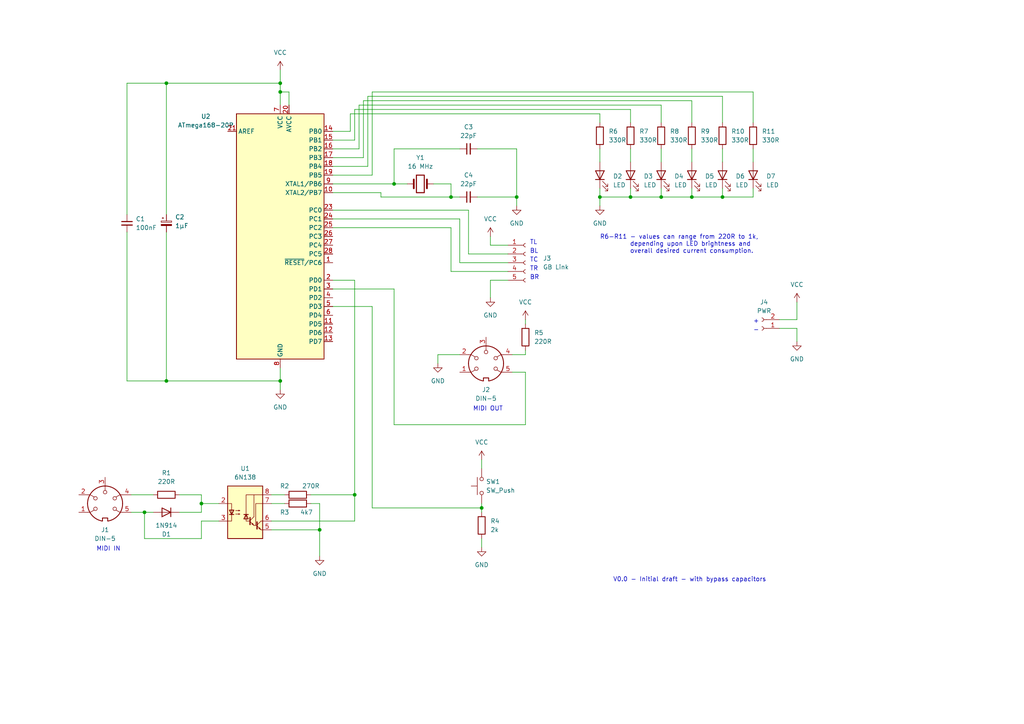
<source format=kicad_sch>
(kicad_sch (version 20211123) (generator eeschema)
  (paper "A4")
  (lib_symbols
    (symbol "Connector:Conn_01x02_Female" (pin_names (offset 1.016) hide)
      (property "Reference" "J" (at 0 2.54 0))
      (property "Value" "Conn_01x02_Female" (at 0 -5.08 0))
      (symbol "Conn_01x02_Female_1_1"
        (arc (start 0 -2.032) (mid -0.508 -2.54) (end 0 -3.048) (stroke (width 0.1524)))
        (polyline (pts (xy -1.27 -2.54) (xy -0.508 -2.54)) (stroke (width 0.1524)))
        (polyline (pts (xy -1.27 0) (xy -0.508 0)) (stroke (width 0.1524)))
        (arc (start 0 0.508) (mid -0.508 0) (end 0 -0.508) (stroke (width 0.1524)))
        (pin passive line (at -5.08 0 0) (length 3.81) (name "Pin_1") (number "1"))
        (pin passive line (at -5.08 -2.54 0) (length 3.81) (name "Pin_2") (number "2"))
      )
    )
    (symbol "Connector:Conn_01x05_Female" (pin_names (offset 1.016) hide)
      (property "Reference" "J" (at 0 7.62 0))
      (property "Value" "Conn_01x05_Female" (at 0 -7.62 0))
      (symbol "Conn_01x05_Female_1_1"
        (arc (start 0 -4.572) (mid -0.508 -5.08) (end 0 -5.588) (stroke (width 0.1524)))
        (arc (start 0 -2.032) (mid -0.508 -2.54) (end 0 -3.048) (stroke (width 0.1524)))
        (polyline (pts (xy -1.27 -5.08) (xy -0.508 -5.08)) (stroke (width 0.1524)))
        (polyline (pts (xy -1.27 -2.54) (xy -0.508 -2.54)) (stroke (width 0.1524)))
        (polyline (pts (xy -1.27 0) (xy -0.508 0)) (stroke (width 0.1524)))
        (polyline (pts (xy -1.27 2.54) (xy -0.508 2.54)) (stroke (width 0.1524)))
        (polyline (pts (xy -1.27 5.08) (xy -0.508 5.08)) (stroke (width 0.1524)))
        (arc (start 0 0.508) (mid -0.508 0) (end 0 -0.508) (stroke (width 0.1524)))
        (arc (start 0 3.048) (mid -0.508 2.54) (end 0 2.032) (stroke (width 0.1524)))
        (arc (start 0 5.588) (mid -0.508 5.08) (end 0 4.572) (stroke (width 0.1524)))
        (pin passive line (at -5.08 5.08 0) (length 3.81) (name "Pin_1") (number "1"))
        (pin passive line (at -5.08 2.54 0) (length 3.81) (name "Pin_2") (number "2"))
        (pin passive line (at -5.08 0 0) (length 3.81) (name "Pin_3") (number "3"))
        (pin passive line (at -5.08 -2.54 0) (length 3.81) (name "Pin_4") (number "4"))
        (pin passive line (at -5.08 -5.08 0) (length 3.81) (name "Pin_5") (number "5"))
      )
    )
    (symbol "Connector:DIN-5" (pin_names (offset 1.016))
      (property "Reference" "J" (at 3.175 5.715 0))
      (property "Value" "DIN-5" (at 0 -6.35 0))
      (symbol "DIN-5_0_1"
        (arc (start -5.08 0) (mid -3.8609 -3.3364) (end -0.762 -5.08) (stroke (width 0.254)))
        (circle (center -2.794 -1.524) (radius 0.508))
        (circle (center -2.794 1.524) (radius 0.508))
        (polyline (pts (xy 0 5.08) (xy 0 3.81)))
        (polyline (pts (xy -5.08 -2.54) (xy -4.318 -2.54) (xy -3.175 -1.905)))
        (polyline (pts (xy -5.08 2.54) (xy -4.318 2.54) (xy -3.175 1.905)))
        (polyline (pts (xy 5.08 -2.54) (xy 4.318 -2.54) (xy 3.175 -1.905)))
        (polyline (pts (xy 5.08 2.54) (xy 4.318 2.54) (xy 3.175 1.905)))
        (polyline (pts (xy -0.762 -4.953) (xy -0.762 -4.191) (xy 0.762 -4.191) (xy 0.762 -4.953)) (stroke (width 0.254)))
        (circle (center 0 3.302) (radius 0.508))
        (arc (start 0.762 -5.08) (mid 3.8685 -3.343) (end 5.08 0) (stroke (width 0.254)))
        (circle (center 2.794 -1.524) (radius 0.508))
        (circle (center 2.794 1.524) (radius 0.508))
        (arc (start 5.08 0) (mid 0 5.08) (end -5.08 0) (stroke (width 0.254)))
      )
      (symbol "DIN-5_1_1"
        (pin passive line (at -7.62 -2.54 0) (length 2.54) (name "~") (number "1"))
        (pin passive line (at -7.62 2.54 0) (length 2.54) (name "~") (number "2"))
        (pin passive line (at 0 7.62 270) (length 2.54) (name "~") (number "3"))
        (pin passive line (at 7.62 2.54 180) (length 2.54) (name "~") (number "4"))
        (pin passive line (at 7.62 -2.54 180) (length 2.54) (name "~") (number "5"))
      )
    )
    (symbol "Device:C_Polarized_Small" (pin_numbers hide) (pin_names (offset 0.254) hide)
      (property "Reference" "C" (at 0.254 1.778 0))
      (property "Value" "C_Polarized_Small" (at 0.254 -2.032 0))
      (symbol "C_Polarized_Small_0_1"
        (rectangle (start -1.524 -0.3048) (end 1.524 -0.6858) (fill (type outline)))
        (rectangle (start -1.524 0.6858) (end 1.524 0.3048))
        (polyline (pts (xy -1.27 1.524) (xy -0.762 1.524)))
        (polyline (pts (xy -1.016 1.27) (xy -1.016 1.778)))
      )
      (symbol "C_Polarized_Small_1_1"
        (pin passive line (at 0 2.54 270) (length 1.8542) (name "~") (number "1"))
        (pin passive line (at 0 -2.54 90) (length 1.8542) (name "~") (number "2"))
      )
    )
    (symbol "Device:C_Small" (pin_numbers hide) (pin_names (offset 0.254) hide)
      (property "Reference" "C" (at 0.254 1.778 0))
      (property "Value" "C_Small" (at 0.254 -2.032 0))
      (symbol "C_Small_0_1"
        (polyline (pts (xy -1.524 -0.508) (xy 1.524 -0.508)) (stroke (width 0.3302)))
        (polyline (pts (xy -1.524 0.508) (xy 1.524 0.508)) (stroke (width 0.3048)))
      )
      (symbol "C_Small_1_1"
        (pin passive line (at 0 2.54 270) (length 2.032) (name "~") (number "1"))
        (pin passive line (at 0 -2.54 90) (length 2.032) (name "~") (number "2"))
      )
    )
    (symbol "Device:Crystal" (pin_numbers hide) (pin_names (offset 1.016) hide)
      (property "Reference" "Y" (at 0 3.81 0))
      (property "Value" "Crystal" (at 0 -3.81 0))
      (symbol "Crystal_0_1"
        (rectangle (start -1.143 2.54) (end 1.143 -2.54) (stroke (width 0.3048)))
        (polyline (pts (xy -2.54 0) (xy -1.905 0)))
        (polyline (pts (xy -1.905 -1.27) (xy -1.905 1.27)) (stroke (width 0.508)))
        (polyline (pts (xy 1.905 -1.27) (xy 1.905 1.27)) (stroke (width 0.508)))
        (polyline (pts (xy 2.54 0) (xy 1.905 0)))
      )
      (symbol "Crystal_1_1"
        (pin passive line (at -3.81 0 0) (length 1.27) (name "1") (number "1"))
        (pin passive line (at 3.81 0 180) (length 1.27) (name "2") (number "2"))
      )
    )
    (symbol "Device:LED" (pin_numbers hide) (pin_names (offset 1.016) hide)
      (property "Reference" "D" (at 0 2.54 0))
      (property "Value" "LED" (at 0 -2.54 0))
      (symbol "LED_0_1"
        (polyline (pts (xy -1.27 -1.27) (xy -1.27 1.27)) (stroke (width 0.254)))
        (polyline (pts (xy -1.27 0) (xy 1.27 0)))
        (polyline (pts (xy 1.27 -1.27) (xy 1.27 1.27) (xy -1.27 0) (xy 1.27 -1.27)) (stroke (width 0.254)))
        (polyline (pts (xy -3.048 -0.762) (xy -4.572 -2.286) (xy -3.81 -2.286) (xy -4.572 -2.286) (xy -4.572 -1.524)))
        (polyline (pts (xy -1.778 -0.762) (xy -3.302 -2.286) (xy -2.54 -2.286) (xy -3.302 -2.286) (xy -3.302 -1.524)))
      )
      (symbol "LED_1_1"
        (pin passive line (at -3.81 0 0) (length 2.54) (name "K") (number "1"))
        (pin passive line (at 3.81 0 180) (length 2.54) (name "A") (number "2"))
      )
    )
    (symbol "Device:R" (pin_numbers hide) (pin_names (offset 0))
      (property "Reference" "R" (at 2.032 0 90))
      (property "Value" "R" (at 0 0 90))
      (symbol "R_0_1"
        (rectangle (start -1.016 -2.54) (end 1.016 2.54) (stroke (width 0.254)))
      )
      (symbol "R_1_1"
        (pin passive line (at 0 3.81 270) (length 1.27) (name "~") (number "1"))
        (pin passive line (at 0 -3.81 90) (length 1.27) (name "~") (number "2"))
      )
    )
    (symbol "Diode:1N914" (pin_numbers hide) (pin_names hide)
      (property "Reference" "D" (at 0 2.54 0))
      (property "Value" "1N914" (at 0 -2.54 0))
      (symbol "1N914_0_1"
        (polyline (pts (xy -1.27 1.27) (xy -1.27 -1.27)) (stroke (width 0.254)))
        (polyline (pts (xy 1.27 0) (xy -1.27 0)))
        (polyline (pts (xy 1.27 1.27) (xy 1.27 -1.27) (xy -1.27 0) (xy 1.27 1.27)) (stroke (width 0.254)))
      )
      (symbol "1N914_1_1"
        (pin passive line (at -3.81 0 0) (length 2.54) (name "K") (number "1"))
        (pin passive line (at 3.81 0 180) (length 2.54) (name "A") (number "2"))
      )
    )
    (symbol "Isolator:6N138" (pin_names (offset 1.016) hide)
      (property "Reference" "U" (at -4.064 8.89 0))
      (property "Value" "6N138" (at 2.286 8.89 0))
      (symbol "6N138_0_1"
        (rectangle (start -5.08 7.62) (end 5.08 -7.62) (stroke (width 0.254)) (fill (type background)))
        (polyline (pts (xy -4.572 -0.635) (xy -3.302 -0.635)) (stroke (width 0.254)))
        (polyline (pts (xy 0.889 -0.635) (xy -0.381 -0.635)) (stroke (width 0.254)))
        (polyline (pts (xy 1.397 -2.667) (xy 2.54 -3.81)))
        (polyline (pts (xy 1.397 -2.413) (xy 2.54 -1.27)))
        (polyline (pts (xy 2.54 -3.81) (xy 3.175 -3.81)))
        (polyline (pts (xy 3.429 -3.937) (xy 4.572 -5.08)))
        (polyline (pts (xy 3.429 -3.683) (xy 4.572 -2.54)))
        (polyline (pts (xy 4.572 -5.08) (xy 5.08 -5.08)))
        (polyline (pts (xy 4.572 -2.54) (xy 5.08 -2.54)))
        (polyline (pts (xy 1.397 -1.524) (xy 1.397 -3.556) (xy 1.397 -3.556)) (stroke (width 0.3556)))
        (polyline (pts (xy 2.54 -1.27) (xy 2.54 5.08) (xy 5.08 5.08)))
        (polyline (pts (xy 3.429 -2.794) (xy 3.429 -4.826) (xy 3.429 -4.826)) (stroke (width 0.3556)))
        (polyline (pts (xy 5.08 2.54) (xy 3.048 2.54) (xy 3.048 -3.81)))
        (polyline (pts (xy -5.08 -2.54) (xy -3.937 -2.54) (xy -3.937 2.54) (xy -5.08 2.54)))
        (polyline (pts (xy -3.937 -0.635) (xy -4.572 0.635) (xy -3.302 0.635) (xy -3.937 -0.635)) (stroke (width 0.254)))
        (polyline (pts (xy 0.254 -0.635) (xy 0.889 -1.905) (xy -0.381 -1.905) (xy 0.254 -0.635)) (stroke (width 0.254)))
        (polyline (pts (xy 1.27 -2.54) (xy 0.254 -2.54) (xy 0.254 5.08) (xy 2.54 5.08)))
        (polyline (pts (xy 2.413 -3.683) (xy 2.159 -3.175) (xy 1.905 -3.429) (xy 2.413 -3.683)))
        (polyline (pts (xy 4.445 -4.953) (xy 4.191 -4.445) (xy 3.937 -4.699) (xy 4.445 -4.953)))
        (polyline (pts (xy -2.794 -0.508) (xy -1.524 -0.508) (xy -1.905 -0.635) (xy -1.905 -0.381) (xy -1.524 -0.508)))
        (polyline (pts (xy -2.794 0.508) (xy -1.524 0.508) (xy -1.905 0.381) (xy -1.905 0.635) (xy -1.524 0.508)))
      )
      (symbol "6N138_1_1"
        (pin no_connect line (at -5.08 5.08 0) (length 2.54) hide (name "NC") (number "1"))
        (pin passive line (at -7.62 2.54 0) (length 2.54) (name "C1") (number "2"))
        (pin passive line (at -7.62 -2.54 0) (length 2.54) (name "C2") (number "3"))
        (pin no_connect line (at -5.08 -5.08 0) (length 2.54) hide (name "NC") (number "4"))
        (pin passive line (at 7.62 -5.08 180) (length 2.54) (name "GND") (number "5"))
        (pin passive line (at 7.62 -2.54 180) (length 2.54) (name "VO2") (number "6"))
        (pin passive line (at 7.62 2.54 180) (length 2.54) (name "VO1") (number "7"))
        (pin passive line (at 7.62 5.08 180) (length 2.54) (name "VCC") (number "8"))
      )
    )
    (symbol "MCU_Microchip_ATmega:ATmega168-20P"
      (property "Reference" "U" (at -12.7 36.83 0))
      (property "Value" "ATmega168-20P" (at 2.54 -36.83 0))
      (symbol "ATmega168-20P_0_1"
        (rectangle (start -12.7 -35.56) (end 12.7 35.56) (stroke (width 0.254)) (fill (type background)))
      )
      (symbol "ATmega168-20P_1_1"
        (pin bidirectional line (at 15.24 -7.62 180) (length 2.54) (name "~{RESET}/PC6") (number "1"))
        (pin bidirectional line (at 15.24 12.7 180) (length 2.54) (name "XTAL2/PB7") (number "10"))
        (pin bidirectional line (at 15.24 -25.4 180) (length 2.54) (name "PD5") (number "11"))
        (pin bidirectional line (at 15.24 -27.94 180) (length 2.54) (name "PD6") (number "12"))
        (pin bidirectional line (at 15.24 -30.48 180) (length 2.54) (name "PD7") (number "13"))
        (pin bidirectional line (at 15.24 30.48 180) (length 2.54) (name "PB0") (number "14"))
        (pin bidirectional line (at 15.24 27.94 180) (length 2.54) (name "PB1") (number "15"))
        (pin bidirectional line (at 15.24 25.4 180) (length 2.54) (name "PB2") (number "16"))
        (pin bidirectional line (at 15.24 22.86 180) (length 2.54) (name "PB3") (number "17"))
        (pin bidirectional line (at 15.24 20.32 180) (length 2.54) (name "PB4") (number "18"))
        (pin bidirectional line (at 15.24 17.78 180) (length 2.54) (name "PB5") (number "19"))
        (pin bidirectional line (at 15.24 -12.7 180) (length 2.54) (name "PD0") (number "2"))
        (pin power_in line (at 2.54 38.1 270) (length 2.54) (name "AVCC") (number "20"))
        (pin passive line (at -15.24 30.48 0) (length 2.54) (name "AREF") (number "21"))
        (pin passive line (at 0 -38.1 90) (length 2.54) hide (name "GND") (number "22"))
        (pin bidirectional line (at 15.24 7.62 180) (length 2.54) (name "PC0") (number "23"))
        (pin bidirectional line (at 15.24 5.08 180) (length 2.54) (name "PC1") (number "24"))
        (pin bidirectional line (at 15.24 2.54 180) (length 2.54) (name "PC2") (number "25"))
        (pin bidirectional line (at 15.24 0 180) (length 2.54) (name "PC3") (number "26"))
        (pin bidirectional line (at 15.24 -2.54 180) (length 2.54) (name "PC4") (number "27"))
        (pin bidirectional line (at 15.24 -5.08 180) (length 2.54) (name "PC5") (number "28"))
        (pin bidirectional line (at 15.24 -15.24 180) (length 2.54) (name "PD1") (number "3"))
        (pin bidirectional line (at 15.24 -17.78 180) (length 2.54) (name "PD2") (number "4"))
        (pin bidirectional line (at 15.24 -20.32 180) (length 2.54) (name "PD3") (number "5"))
        (pin bidirectional line (at 15.24 -22.86 180) (length 2.54) (name "PD4") (number "6"))
        (pin power_in line (at 0 38.1 270) (length 2.54) (name "VCC") (number "7"))
        (pin power_in line (at 0 -38.1 90) (length 2.54) (name "GND") (number "8"))
        (pin bidirectional line (at 15.24 15.24 180) (length 2.54) (name "XTAL1/PB6") (number "9"))
      )
    )
    (symbol "Switch:SW_Push" (pin_numbers hide) (pin_names (offset 1.016) hide)
      (property "Reference" "SW" (at 1.27 2.54 0))
      (property "Value" "SW_Push" (at 0 -1.524 0))
      (symbol "SW_Push_0_1"
        (circle (center -2.032 0) (radius 0.508))
        (polyline (pts (xy 0 1.27) (xy 0 3.048)))
        (polyline (pts (xy 2.54 1.27) (xy -2.54 1.27)))
        (circle (center 2.032 0) (radius 0.508))
        (pin passive line (at -5.08 0 0) (length 2.54) (name "1") (number "1"))
        (pin passive line (at 5.08 0 180) (length 2.54) (name "2") (number "2"))
      )
    )
    (symbol "power:GND" (power) (pin_names (offset 0))
      (property "Value" "GND" (at 0 -3.81 0))
      (symbol "GND_0_1"
        (polyline (pts (xy 0 0) (xy 0 -1.27) (xy 1.27 -1.27) (xy 0 -2.54) (xy -1.27 -1.27) (xy 0 -1.27)))
      )
      (symbol "GND_1_1"
        (pin power_in line (at 0 0 270) (length 0) hide (name "GND") (number "1"))
      )
    )
    (symbol "power:VCC" (power) (pin_names (offset 0))
      (property "Value" "VCC" (at 0 3.81 0))
      (symbol "VCC_0_1"
        (polyline (pts (xy -0.762 1.27) (xy 0 2.54)))
        (polyline (pts (xy 0 0) (xy 0 2.54)))
        (polyline (pts (xy 0 2.54) (xy 0.762 1.27)))
      )
      (symbol "VCC_1_1"
        (pin power_in line (at 0 0 90) (length 0) hide (name "VCC") (number "1"))
      )
    )
  )
  (junction (at 102.87 143.51))
  (junction (at 81.28 26.67))
  (junction (at 48.26 24.13))
  (junction (at 41.91 148.59))
  (junction (at 149.86 57.15))
  (junction (at 92.71 153.67))
  (junction (at 58.42 146.05))
  (junction (at 200.66 57.15))
  (junction (at 191.77 57.15))
  (junction (at 209.55 57.15))
  (junction (at 182.88 57.15))
  (junction (at 81.28 110.49))
  (junction (at 81.28 24.13))
  (junction (at 139.7 147.32))
  (junction (at 130.81 57.15))
  (junction (at 48.26 110.49))
  (junction (at 114.3 53.34))
  (junction (at 173.99 57.15))
  (wire (pts (xy 52.07 148.59) (xy 58.42 148.59)))
  (wire (pts (xy 58.42 148.59) (xy 58.42 146.05)))
  (wire (pts (xy 105.41 29.21) (xy 200.66 29.21)))
  (wire (pts (xy 149.86 57.15) (xy 149.86 59.69)))
  (wire (pts (xy 133.35 63.5) (xy 96.52 63.5)))
  (wire (pts (xy 104.14 43.18) (xy 104.14 30.48)))
  (wire (pts (xy 209.55 57.15) (xy 209.55 54.61)))
  (wire (pts (xy 182.88 31.75) (xy 182.88 35.56)))
  (wire (pts (xy 231.14 87.63) (xy 231.14 92.71)))
  (wire (pts (xy 81.28 110.49) (xy 81.28 113.03)))
  (wire (pts (xy 133.35 43.18) (xy 114.3 43.18)))
  (wire (pts (xy 36.83 67.31) (xy 36.83 110.49)))
  (wire (pts (xy 209.55 27.94) (xy 209.55 35.56)))
  (wire (pts (xy 182.88 57.15) (xy 191.77 57.15)))
  (wire (pts (xy 152.4 92.71) (xy 152.4 93.98)))
  (wire (pts (xy 142.24 81.28) (xy 142.24 86.36)))
  (wire (pts (xy 152.4 123.19) (xy 114.3 123.19)))
  (wire (pts (xy 63.5 151.13) (xy 58.42 151.13)))
  (wire (pts (xy 114.3 53.34) (xy 96.52 53.34)))
  (wire (pts (xy 96.52 60.96) (xy 135.89 60.96)))
  (wire (pts (xy 81.28 20.32) (xy 81.28 24.13)))
  (wire (pts (xy 114.3 83.82) (xy 96.52 83.82)))
  (wire (pts (xy 231.14 92.71) (xy 226.06 92.71)))
  (wire (pts (xy 36.83 110.49) (xy 48.26 110.49)))
  (wire (pts (xy 148.59 102.87) (xy 152.4 102.87)))
  (wire (pts (xy 81.28 26.67) (xy 81.28 30.48)))
  (wire (pts (xy 104.14 30.48) (xy 191.77 30.48)))
  (wire (pts (xy 58.42 146.05) (xy 63.5 146.05)))
  (wire (pts (xy 139.7 133.35) (xy 139.7 135.89)))
  (wire (pts (xy 173.99 43.18) (xy 173.99 46.99)))
  (wire (pts (xy 81.28 24.13) (xy 81.28 26.67)))
  (wire (pts (xy 106.68 48.26) (xy 106.68 27.94)))
  (wire (pts (xy 36.83 62.23) (xy 36.83 24.13)))
  (wire (pts (xy 200.66 29.21) (xy 200.66 35.56)))
  (wire (pts (xy 78.74 153.67) (xy 92.71 153.67)))
  (wire (pts (xy 135.89 73.66) (xy 147.32 73.66)))
  (wire (pts (xy 182.88 43.18) (xy 182.88 46.99)))
  (wire (pts (xy 191.77 30.48) (xy 191.77 35.56)))
  (wire (pts (xy 130.81 57.15) (xy 110.49 57.15)))
  (wire (pts (xy 209.55 43.18) (xy 209.55 46.99)))
  (wire (pts (xy 83.82 30.48) (xy 83.82 26.67)))
  (wire (pts (xy 106.68 27.94) (xy 209.55 27.94)))
  (wire (pts (xy 78.74 143.51) (xy 82.55 143.51)))
  (wire (pts (xy 191.77 57.15) (xy 200.66 57.15)))
  (wire (pts (xy 226.06 95.25) (xy 231.14 95.25)))
  (wire (pts (xy 102.87 40.64) (xy 102.87 31.75)))
  (wire (pts (xy 127 105.41) (xy 127 102.87)))
  (wire (pts (xy 133.35 76.2) (xy 133.35 63.5)))
  (wire (pts (xy 101.6 33.02) (xy 173.99 33.02)))
  (wire (pts (xy 200.66 43.18) (xy 200.66 46.99)))
  (wire (pts (xy 41.91 148.59) (xy 44.45 148.59)))
  (wire (pts (xy 147.32 81.28) (xy 142.24 81.28)))
  (wire (pts (xy 125.73 53.34) (xy 130.81 53.34)))
  (wire (pts (xy 107.95 88.9) (xy 107.95 147.32)))
  (wire (pts (xy 102.87 143.51) (xy 102.87 81.28)))
  (wire (pts (xy 81.28 110.49) (xy 48.26 110.49)))
  (wire (pts (xy 218.44 26.67) (xy 218.44 35.56)))
  (wire (pts (xy 107.95 26.67) (xy 218.44 26.67)))
  (wire (pts (xy 173.99 54.61) (xy 173.99 57.15)))
  (wire (pts (xy 231.14 95.25) (xy 231.14 99.06)))
  (wire (pts (xy 130.81 66.04) (xy 130.81 78.74)))
  (wire (pts (xy 96.52 88.9) (xy 107.95 88.9)))
  (wire (pts (xy 96.52 50.8) (xy 107.95 50.8)))
  (wire (pts (xy 90.17 143.51) (xy 102.87 143.51)))
  (wire (pts (xy 218.44 57.15) (xy 218.44 54.61)))
  (wire (pts (xy 96.52 81.28) (xy 102.87 81.28)))
  (wire (pts (xy 138.43 43.18) (xy 149.86 43.18)))
  (wire (pts (xy 138.43 57.15) (xy 149.86 57.15)))
  (wire (pts (xy 58.42 156.21) (xy 41.91 156.21)))
  (wire (pts (xy 96.52 66.04) (xy 130.81 66.04)))
  (wire (pts (xy 41.91 156.21) (xy 41.91 148.59)))
  (wire (pts (xy 142.24 71.12) (xy 142.24 68.58)))
  (wire (pts (xy 52.07 143.51) (xy 58.42 143.51)))
  (wire (pts (xy 96.52 40.64) (xy 102.87 40.64)))
  (wire (pts (xy 90.17 146.05) (xy 92.71 146.05)))
  (wire (pts (xy 139.7 156.21) (xy 139.7 158.75)))
  (wire (pts (xy 152.4 107.95) (xy 152.4 123.19)))
  (wire (pts (xy 139.7 147.32) (xy 139.7 148.59)))
  (wire (pts (xy 78.74 146.05) (xy 82.55 146.05)))
  (wire (pts (xy 102.87 31.75) (xy 182.88 31.75)))
  (wire (pts (xy 107.95 50.8) (xy 107.95 26.67)))
  (wire (pts (xy 130.81 57.15) (xy 133.35 57.15)))
  (wire (pts (xy 209.55 57.15) (xy 218.44 57.15)))
  (wire (pts (xy 147.32 71.12) (xy 142.24 71.12)))
  (wire (pts (xy 92.71 153.67) (xy 92.71 161.29)))
  (wire (pts (xy 148.59 107.95) (xy 152.4 107.95)))
  (wire (pts (xy 127 102.87) (xy 133.35 102.87)))
  (wire (pts (xy 200.66 57.15) (xy 209.55 57.15)))
  (wire (pts (xy 58.42 151.13) (xy 58.42 156.21)))
  (wire (pts (xy 218.44 43.18) (xy 218.44 46.99)))
  (wire (pts (xy 96.52 48.26) (xy 106.68 48.26)))
  (wire (pts (xy 200.66 57.15) (xy 200.66 54.61)))
  (wire (pts (xy 114.3 43.18) (xy 114.3 53.34)))
  (wire (pts (xy 102.87 151.13) (xy 102.87 143.51)))
  (wire (pts (xy 105.41 45.72) (xy 105.41 29.21)))
  (wire (pts (xy 92.71 146.05) (xy 92.71 153.67)))
  (wire (pts (xy 58.42 143.51) (xy 58.42 146.05)))
  (wire (pts (xy 114.3 123.19) (xy 114.3 83.82)))
  (wire (pts (xy 107.95 147.32) (xy 139.7 147.32)))
  (wire (pts (xy 173.99 57.15) (xy 173.99 59.69)))
  (wire (pts (xy 110.49 57.15) (xy 110.49 55.88)))
  (wire (pts (xy 48.26 67.31) (xy 48.26 110.49)))
  (wire (pts (xy 191.77 57.15) (xy 191.77 54.61)))
  (wire (pts (xy 101.6 38.1) (xy 101.6 33.02)))
  (wire (pts (xy 149.86 43.18) (xy 149.86 57.15)))
  (wire (pts (xy 173.99 57.15) (xy 182.88 57.15)))
  (wire (pts (xy 182.88 57.15) (xy 182.88 54.61)))
  (wire (pts (xy 130.81 53.34) (xy 130.81 57.15)))
  (wire (pts (xy 191.77 43.18) (xy 191.77 46.99)))
  (wire (pts (xy 48.26 62.23) (xy 48.26 24.13)))
  (wire (pts (xy 173.99 33.02) (xy 173.99 35.56)))
  (wire (pts (xy 78.74 151.13) (xy 102.87 151.13)))
  (wire (pts (xy 130.81 78.74) (xy 147.32 78.74)))
  (wire (pts (xy 38.1 148.59) (xy 41.91 148.59)))
  (wire (pts (xy 96.52 38.1) (xy 101.6 38.1)))
  (wire (pts (xy 152.4 102.87) (xy 152.4 101.6)))
  (wire (pts (xy 81.28 26.67) (xy 83.82 26.67)))
  (wire (pts (xy 135.89 60.96) (xy 135.89 73.66)))
  (wire (pts (xy 96.52 45.72) (xy 105.41 45.72)))
  (wire (pts (xy 36.83 24.13) (xy 48.26 24.13)))
  (wire (pts (xy 96.52 43.18) (xy 104.14 43.18)))
  (wire (pts (xy 110.49 55.88) (xy 96.52 55.88)))
  (wire (pts (xy 48.26 24.13) (xy 81.28 24.13)))
  (wire (pts (xy 114.3 53.34) (xy 118.11 53.34)))
  (wire (pts (xy 139.7 146.05) (xy 139.7 147.32)))
  (wire (pts (xy 147.32 76.2) (xy 133.35 76.2)))
  (wire (pts (xy 38.1 143.51) (xy 44.45 143.51)))
  (wire (pts (xy 81.28 106.68) (xy 81.28 110.49)))
  (text "V0.0 - Initial draft - with bypass capacitors" (at 177.8 168.91 0) (effects (font (size 1.27 1.27)) (justify left bottom)))
  (text "-" (at 218.44 96.52 0) (effects (font (size 1.27 1.27)) (justify left bottom)))
  (text "BR" (at 153.67 81.28 0) (effects (font (size 1.27 1.27)) (justify left bottom)))
  (text "+" (at 218.44 93.98 0) (effects (font (size 1.27 1.27)) (justify left bottom)))
  (text "MIDI OUT" (at 137.16 119.38 0) (effects (font (size 1.27 1.27)) (justify left bottom)))
  (text "BL" (at 153.67 73.66 0) (effects (font (size 1.27 1.27)) (justify left bottom)))
  (text "TC" (at 153.67 76.2 0) (effects (font (size 1.27 1.27)) (justify left bottom)))
  (text "TL" (at 153.67 71.12 0) (effects (font (size 1.27 1.27)) (justify left bottom)))
  (text "R6-R11 - values can range from 220R to 1k, \n         depending upon LED brightness and \n         overall desired current consumption." (at 173.99 73.66 0) (effects (font (size 1.27 1.27)) (justify left bottom)))
  (text "TR" (at 153.67 78.74 0) (effects (font (size 1.27 1.27)) (justify left bottom)))
  (text "MIDI IN" (at 27.94 160.02 0) (effects (font (size 1.27 1.27)) (justify left bottom)))
  (symbol (lib_id "Device:R") (at 86.36 143.51 90) (unit 1)
    (property "Reference" "R2" (at 82.55 140.97 90))
    (property "Value" "270R" (at 90.17 140.97 90))
  )
  (symbol (lib_id "Device:R") (at 48.26 143.51 90) (unit 1)
    (property "Reference" "R1" (at 48.26 137.16 90))
    (property "Value" "220R" (at 48.26 139.7 90))
  )
  (symbol (lib_id "Switch:SW_Push") (at 139.7 140.97 90) (unit 1)
    (property "Reference" "SW1" (at 140.97 139.6999 90) (effects (justify right)))
    (property "Value" "SW_Push" (at 140.97 142.2399 90) (effects (justify right)))
  )
  (symbol (lib_id "power:GND") (at 139.7 158.75 0) (unit 1)
    (property "Reference" "#PWR06" (effects hide))
    (property "Value" "GND" (at 139.7 163.83 0))
  )
  (symbol (lib_id "Device:R") (at 173.99 39.37 0) (unit 1)
    (property "Reference" "R6" (at 176.53 38.0999 0) (effects (justify left)))
    (property "Value" "330R" (at 176.53 40.6399 0) (effects (justify left)))
  )
  (symbol (lib_id "power:GND") (at 142.24 86.36 0) (unit 1)
    (property "Reference" "#PWR08" (effects hide))
    (property "Value" "GND" (at 142.24 91.44 0))
  )
  (symbol (lib_id "Device:R") (at 86.36 146.05 90) (unit 1)
    (property "Reference" "R3" (at 82.55 148.59 90))
    (property "Value" "4k7" (at 88.9 148.59 90))
  )
  (symbol (lib_id "Device:R") (at 152.4 97.79 0) (unit 1)
    (property "Reference" "R5" (at 154.94 96.5199 0) (effects (justify left)))
    (property "Value" "220R" (at 154.94 99.0599 0) (effects (justify left)))
  )
  (symbol (lib_id "power:VCC") (at 142.24 68.58 0) (unit 1)
    (property "Reference" "#PWR07" (effects hide))
    (property "Value" "VCC" (at 142.24 63.5 0))
  )
  (symbol (lib_id "power:GND") (at 81.28 113.03 0) (unit 1)
    (property "Reference" "#PWR02" (effects hide))
    (property "Value" "GND" (at 81.28 118.11 0))
  )
  (symbol (lib_id "power:VCC") (at 139.7 133.35 0) (unit 1)
    (property "Reference" "#PWR05" (effects hide))
    (property "Value" "VCC" (at 139.7 128.27 0))
  )
  (symbol (lib_id "Device:C_Small") (at 135.89 43.18 90) (unit 1)
    (property "Reference" "C3" (at 135.89 36.83 90))
    (property "Value" "22pF" (at 135.89 39.37 90))
  )
  (symbol (lib_id "Device:LED") (at 200.66 50.8 90) (unit 1)
    (property "Reference" "D5" (at 204.47 51.1174 90) (effects (justify right)))
    (property "Value" "LED" (at 204.47 53.6574 90) (effects (justify right)))
  )
  (symbol (lib_id "Connector:DIN-5") (at 140.97 105.41 0) (unit 1)
    (property "Reference" "J2" (at 140.9701 113.03 0))
    (property "Value" "DIN-5" (at 140.9701 115.57 0))
    (property "Datasheet" "http://www.mouser.com/ds/2/18/40_c091_abd_e-75918.pdf" (effects hide))
  )
  (symbol (lib_id "Isolator:6N138") (at 71.12 148.59 0) (unit 1)
    (property "Reference" "U1" (at 71.12 135.89 0))
    (property "Value" "6N138" (at 71.12 138.43 0))
    (property "Datasheet" "http://www.onsemi.com/pub/Collateral/HCPL2731-D.pdf" (effects hide))
  )
  (symbol (lib_id "power:GND") (at 173.99 59.69 0) (unit 1)
    (property "Reference" "#PWR011" (effects hide))
    (property "Value" "GND" (at 173.99 64.77 0))
  )
  (symbol (lib_id "Device:Crystal") (at 121.92 53.34 0) (unit 1)
    (property "Reference" "Y1" (at 121.92 45.72 0))
    (property "Value" "16 MHz" (at 121.92 48.26 0))
  )
  (symbol (lib_id "Connector:DIN-5") (at 30.48 146.05 0) (unit 1)
    (property "Reference" "J1" (at 30.4801 153.67 0))
    (property "Value" "DIN-5" (at 30.4801 156.21 0))
    (property "Datasheet" "http://www.mouser.com/ds/2/18/40_c091_abd_e-75918.pdf" (effects hide))
  )
  (symbol (lib_id "MCU_Microchip_ATmega:ATmega168-20P") (at 81.28 68.58 0) (unit 1)
    (property "Reference" "U2" (at 59.69 33.7693 0))
    (property "Value" "ATmega168-20P" (at 59.69 36.3093 0))
    (property "Footprint" "Package_DIP:DIP-28_W7.62mm" (effects hide))
    (property "Datasheet" "http://ww1.microchip.com/downloads/en/DeviceDoc/Atmel-2545-8-bit-AVR-Microcontroller-ATmega48-88-168_Datasheet.pdf" (effects hide))
  )
  (symbol (lib_id "Device:C_Small") (at 135.89 57.15 90) (unit 1)
    (property "Reference" "C4" (at 135.8963 50.8 90))
    (property "Value" "22pF" (at 135.8963 53.34 90))
  )
  (symbol (lib_id "Device:C_Polarized_Small") (at 48.26 64.77 0) (unit 1)
    (property "Reference" "C2" (at 50.8 62.9538 0) (effects (justify left)))
    (property "Value" "1µF" (at 50.8 65.4938 0) (effects (justify left)))
  )
  (symbol (lib_id "Device:LED") (at 191.77 50.8 90) (unit 1)
    (property "Reference" "D4" (at 195.58 51.1174 90) (effects (justify right)))
    (property "Value" "LED" (at 195.58 53.6574 90) (effects (justify right)))
  )
  (symbol (lib_id "Device:R") (at 191.77 39.37 0) (unit 1)
    (property "Reference" "R8" (at 194.31 38.0999 0) (effects (justify left)))
    (property "Value" "330R" (at 194.31 40.6399 0) (effects (justify left)))
  )
  (symbol (lib_id "Diode:1N914") (at 48.26 148.59 180) (unit 1)
    (property "Reference" "D1" (at 48.26 154.94 0))
    (property "Value" "1N914" (at 48.26 152.4 0))
    (property "Footprint" "Diode_THT:D_DO-35_SOD27_P7.62mm_Horizontal" (effects hide))
    (property "Datasheet" "http://www.vishay.com/docs/85622/1n914.pdf" (effects hide))
  )
  (symbol (lib_id "power:VCC") (at 81.28 20.32 0) (unit 1)
    (property "Reference" "#PWR01" (effects hide))
    (property "Value" "VCC" (at 81.28 15.24 0))
  )
  (symbol (lib_id "Connector:Conn_01x05_Female") (at 152.4 76.2 0) (unit 1)
    (property "Reference" "J3" (at 157.48 74.93 0) (effects (justify left)))
    (property "Value" "GB Link" (at 157.48 77.47 0) (effects (justify left)))
  )
  (symbol (lib_id "Device:LED") (at 209.55 50.8 90) (unit 1)
    (property "Reference" "D6" (at 213.36 51.1174 90) (effects (justify right)))
    (property "Value" "LED" (at 213.36 53.6574 90) (effects (justify right)))
  )
  (symbol (lib_id "Device:R") (at 218.44 39.37 0) (unit 1)
    (property "Reference" "R11" (at 220.98 38.0999 0) (effects (justify left)))
    (property "Value" "330R" (at 220.98 40.6399 0) (effects (justify left)))
  )
  (symbol (lib_id "Device:C_Small") (at 36.83 64.77 0) (unit 1)
    (property "Reference" "C1" (at 39.37 63.5062 0) (effects (justify left)))
    (property "Value" "100nF" (at 39.37 66.0462 0) (effects (justify left)))
  )
  (symbol (lib_id "power:GND") (at 231.14 99.06 0) (unit 1)
    (property "Reference" "#PWR013" (effects hide))
    (property "Value" "GND" (at 231.14 104.14 0))
  )
  (symbol (lib_id "power:GND") (at 92.71 161.29 0) (unit 1)
    (property "Reference" "#PWR03" (effects hide))
    (property "Value" "GND" (at 92.71 166.37 0))
  )
  (symbol (lib_id "Device:LED") (at 173.99 50.8 90) (unit 1)
    (property "Reference" "D2" (at 177.8 51.1174 90) (effects (justify right)))
    (property "Value" "LED" (at 177.8 53.6574 90) (effects (justify right)))
  )
  (symbol (lib_id "Device:LED") (at 218.44 50.8 90) (unit 1)
    (property "Reference" "D7" (at 222.25 51.1174 90) (effects (justify right)))
    (property "Value" "LED" (at 222.25 53.6574 90) (effects (justify right)))
  )
  (symbol (lib_id "power:VCC") (at 231.14 87.63 0) (unit 1)
    (property "Reference" "#PWR012" (effects hide))
    (property "Value" "VCC" (at 231.14 82.55 0))
  )
  (symbol (lib_id "Device:R") (at 182.88 39.37 0) (unit 1)
    (property "Reference" "R7" (at 185.42 38.0999 0) (effects (justify left)))
    (property "Value" "330R" (at 185.42 40.6399 0) (effects (justify left)))
  )
  (symbol (lib_id "Device:R") (at 139.7 152.4 0) (unit 1)
    (property "Reference" "R4" (at 142.24 151.1299 0) (effects (justify left)))
    (property "Value" "2k" (at 142.24 153.6699 0) (effects (justify left)))
  )
  (symbol (lib_id "Device:LED") (at 182.88 50.8 90) (unit 1)
    (property "Reference" "D3" (at 186.69 51.1174 90) (effects (justify right)))
    (property "Value" "LED" (at 186.69 53.6574 90) (effects (justify right)))
  )
  (symbol (lib_id "power:GND") (at 149.86 59.69 0) (unit 1)
    (property "Reference" "#PWR09" (effects hide))
    (property "Value" "GND" (at 149.86 64.77 0))
  )
  (symbol (lib_id "Device:R") (at 200.66 39.37 0) (unit 1)
    (property "Reference" "R9" (at 203.2 38.0999 0) (effects (justify left)))
    (property "Value" "330R" (at 203.2 40.6399 0) (effects (justify left)))
  )
  (symbol (lib_id "power:GND") (at 127 105.41 0) (unit 1)
    (property "Reference" "#PWR04" (effects hide))
    (property "Value" "GND" (at 127 110.49 0))
  )
  (symbol (lib_id "power:VCC") (at 152.4 92.71 0) (unit 1)
    (property "Reference" "#PWR010" (effects hide))
    (property "Value" "VCC" (at 152.4 87.63 0))
  )
  (symbol (lib_id "Connector:Conn_01x02_Female") (at 220.98 95.25 180) (unit 1)
    (property "Reference" "J4" (at 221.615 87.63 0))
    (property "Value" "PWR" (at 221.615 90.17 0))
  )
  (symbol (lib_id "Device:R") (at 209.55 39.37 0) (unit 1)
    (property "Reference" "R10" (at 212.09 38.0999 0) (effects (justify left)))
    (property "Value" "330R" (at 212.09 40.6399 0) (effects (justify left)))
  )
)
</source>
